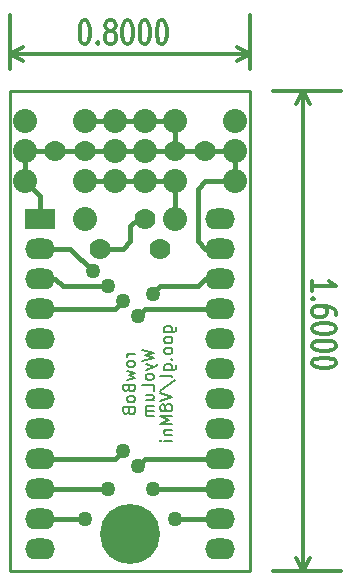
<source format=gbl>
G04 (created by PCBNEW-RS274X (2010-05-05 BZR 2356)-stable) date 12/20/10 19:08:10*
G01*
G70*
G90*
%MOIN*%
G04 Gerber Fmt 3.4, Leading zero omitted, Abs format*
%FSLAX34Y34*%
G04 APERTURE LIST*
%ADD10C,0.005000*%
%ADD11C,0.012000*%
%ADD12C,0.006000*%
%ADD13C,0.010000*%
%ADD14C,0.080000*%
%ADD15O,0.100000X0.070000*%
%ADD16R,0.100000X0.070000*%
%ADD17C,0.070000*%
%ADD18C,0.200000*%
%ADD19C,0.050000*%
%ADD20C,0.015000*%
G04 APERTURE END LIST*
G54D10*
G54D11*
X20065Y-16658D02*
X20065Y-16315D01*
X20065Y-16487D02*
X20865Y-16487D01*
X20751Y-16430D01*
X20675Y-16372D01*
X20637Y-16315D01*
X20141Y-16915D02*
X20103Y-16943D01*
X20065Y-16915D01*
X20103Y-16886D01*
X20141Y-16915D01*
X20065Y-16915D01*
X20865Y-17458D02*
X20865Y-17344D01*
X20827Y-17287D01*
X20789Y-17258D01*
X20675Y-17201D01*
X20522Y-17172D01*
X20218Y-17172D01*
X20141Y-17201D01*
X20103Y-17229D01*
X20065Y-17287D01*
X20065Y-17401D01*
X20103Y-17458D01*
X20141Y-17487D01*
X20218Y-17515D01*
X20408Y-17515D01*
X20484Y-17487D01*
X20522Y-17458D01*
X20560Y-17401D01*
X20560Y-17287D01*
X20522Y-17229D01*
X20484Y-17201D01*
X20408Y-17172D01*
X20865Y-17886D02*
X20865Y-17943D01*
X20827Y-18000D01*
X20789Y-18029D01*
X20713Y-18058D01*
X20560Y-18086D01*
X20370Y-18086D01*
X20218Y-18058D01*
X20141Y-18029D01*
X20103Y-18000D01*
X20065Y-17943D01*
X20065Y-17886D01*
X20103Y-17829D01*
X20141Y-17800D01*
X20218Y-17772D01*
X20370Y-17743D01*
X20560Y-17743D01*
X20713Y-17772D01*
X20789Y-17800D01*
X20827Y-17829D01*
X20865Y-17886D01*
X20865Y-18457D02*
X20865Y-18514D01*
X20827Y-18571D01*
X20789Y-18600D01*
X20713Y-18629D01*
X20560Y-18657D01*
X20370Y-18657D01*
X20218Y-18629D01*
X20141Y-18600D01*
X20103Y-18571D01*
X20065Y-18514D01*
X20065Y-18457D01*
X20103Y-18400D01*
X20141Y-18371D01*
X20218Y-18343D01*
X20370Y-18314D01*
X20560Y-18314D01*
X20713Y-18343D01*
X20789Y-18371D01*
X20827Y-18400D01*
X20865Y-18457D01*
X20865Y-19028D02*
X20865Y-19085D01*
X20827Y-19142D01*
X20789Y-19171D01*
X20713Y-19200D01*
X20560Y-19228D01*
X20370Y-19228D01*
X20218Y-19200D01*
X20141Y-19171D01*
X20103Y-19142D01*
X20065Y-19085D01*
X20065Y-19028D01*
X20103Y-18971D01*
X20141Y-18942D01*
X20218Y-18914D01*
X20370Y-18885D01*
X20560Y-18885D01*
X20713Y-18914D01*
X20789Y-18942D01*
X20827Y-18971D01*
X20865Y-19028D01*
X19749Y-10000D02*
X19749Y-26000D01*
X18750Y-10000D02*
X21029Y-10000D01*
X18750Y-26000D02*
X21029Y-26000D01*
X19749Y-26000D02*
X19519Y-25557D01*
X19749Y-26000D02*
X19979Y-25557D01*
X19749Y-10000D02*
X19519Y-10443D01*
X19749Y-10000D02*
X19979Y-10443D01*
X12458Y-07635D02*
X12515Y-07635D01*
X12572Y-07673D01*
X12601Y-07711D01*
X12630Y-07787D01*
X12658Y-07940D01*
X12658Y-08130D01*
X12630Y-08282D01*
X12601Y-08359D01*
X12572Y-08397D01*
X12515Y-08435D01*
X12458Y-08435D01*
X12401Y-08397D01*
X12372Y-08359D01*
X12344Y-08282D01*
X12315Y-08130D01*
X12315Y-07940D01*
X12344Y-07787D01*
X12372Y-07711D01*
X12401Y-07673D01*
X12458Y-07635D01*
X12915Y-08359D02*
X12943Y-08397D01*
X12915Y-08435D01*
X12886Y-08397D01*
X12915Y-08359D01*
X12915Y-08435D01*
X13287Y-07978D02*
X13229Y-07940D01*
X13201Y-07901D01*
X13172Y-07825D01*
X13172Y-07787D01*
X13201Y-07711D01*
X13229Y-07673D01*
X13287Y-07635D01*
X13401Y-07635D01*
X13458Y-07673D01*
X13487Y-07711D01*
X13515Y-07787D01*
X13515Y-07825D01*
X13487Y-07901D01*
X13458Y-07940D01*
X13401Y-07978D01*
X13287Y-07978D01*
X13229Y-08016D01*
X13201Y-08054D01*
X13172Y-08130D01*
X13172Y-08282D01*
X13201Y-08359D01*
X13229Y-08397D01*
X13287Y-08435D01*
X13401Y-08435D01*
X13458Y-08397D01*
X13487Y-08359D01*
X13515Y-08282D01*
X13515Y-08130D01*
X13487Y-08054D01*
X13458Y-08016D01*
X13401Y-07978D01*
X13886Y-07635D02*
X13943Y-07635D01*
X14000Y-07673D01*
X14029Y-07711D01*
X14058Y-07787D01*
X14086Y-07940D01*
X14086Y-08130D01*
X14058Y-08282D01*
X14029Y-08359D01*
X14000Y-08397D01*
X13943Y-08435D01*
X13886Y-08435D01*
X13829Y-08397D01*
X13800Y-08359D01*
X13772Y-08282D01*
X13743Y-08130D01*
X13743Y-07940D01*
X13772Y-07787D01*
X13800Y-07711D01*
X13829Y-07673D01*
X13886Y-07635D01*
X14457Y-07635D02*
X14514Y-07635D01*
X14571Y-07673D01*
X14600Y-07711D01*
X14629Y-07787D01*
X14657Y-07940D01*
X14657Y-08130D01*
X14629Y-08282D01*
X14600Y-08359D01*
X14571Y-08397D01*
X14514Y-08435D01*
X14457Y-08435D01*
X14400Y-08397D01*
X14371Y-08359D01*
X14343Y-08282D01*
X14314Y-08130D01*
X14314Y-07940D01*
X14343Y-07787D01*
X14371Y-07711D01*
X14400Y-07673D01*
X14457Y-07635D01*
X15028Y-07635D02*
X15085Y-07635D01*
X15142Y-07673D01*
X15171Y-07711D01*
X15200Y-07787D01*
X15228Y-07940D01*
X15228Y-08130D01*
X15200Y-08282D01*
X15171Y-08359D01*
X15142Y-08397D01*
X15085Y-08435D01*
X15028Y-08435D01*
X14971Y-08397D01*
X14942Y-08359D01*
X14914Y-08282D01*
X14885Y-08130D01*
X14885Y-07940D01*
X14914Y-07787D01*
X14942Y-07711D01*
X14971Y-07673D01*
X15028Y-07635D01*
X10000Y-08751D02*
X18000Y-08751D01*
X10000Y-09250D02*
X10000Y-07471D01*
X18000Y-09250D02*
X18000Y-07471D01*
X18000Y-08751D02*
X17557Y-08981D01*
X18000Y-08751D02*
X17557Y-08521D01*
X10000Y-08751D02*
X10443Y-08981D01*
X10000Y-08751D02*
X10443Y-08521D01*
G54D12*
X14162Y-18750D02*
X13895Y-18750D01*
X13971Y-18750D02*
X13933Y-18769D01*
X13914Y-18788D01*
X13895Y-18826D01*
X13895Y-18865D01*
X14162Y-19055D02*
X14143Y-19017D01*
X14124Y-18998D01*
X14086Y-18979D01*
X13971Y-18979D01*
X13933Y-18998D01*
X13914Y-19017D01*
X13895Y-19055D01*
X13895Y-19113D01*
X13914Y-19151D01*
X13933Y-19170D01*
X13971Y-19189D01*
X14086Y-19189D01*
X14124Y-19170D01*
X14143Y-19151D01*
X14162Y-19113D01*
X14162Y-19055D01*
X13895Y-19322D02*
X14162Y-19398D01*
X13971Y-19475D01*
X14162Y-19551D01*
X13895Y-19627D01*
X13952Y-19913D02*
X13971Y-19970D01*
X13990Y-19989D01*
X14029Y-20008D01*
X14086Y-20008D01*
X14124Y-19989D01*
X14143Y-19970D01*
X14162Y-19932D01*
X14162Y-19779D01*
X13762Y-19779D01*
X13762Y-19913D01*
X13781Y-19951D01*
X13800Y-19970D01*
X13838Y-19989D01*
X13876Y-19989D01*
X13914Y-19970D01*
X13933Y-19951D01*
X13952Y-19913D01*
X13952Y-19779D01*
X14162Y-20236D02*
X14143Y-20198D01*
X14124Y-20179D01*
X14086Y-20160D01*
X13971Y-20160D01*
X13933Y-20179D01*
X13914Y-20198D01*
X13895Y-20236D01*
X13895Y-20294D01*
X13914Y-20332D01*
X13933Y-20351D01*
X13971Y-20370D01*
X14086Y-20370D01*
X14124Y-20351D01*
X14143Y-20332D01*
X14162Y-20294D01*
X14162Y-20236D01*
X13952Y-20675D02*
X13971Y-20732D01*
X13990Y-20751D01*
X14029Y-20770D01*
X14086Y-20770D01*
X14124Y-20751D01*
X14143Y-20732D01*
X14162Y-20694D01*
X14162Y-20541D01*
X13762Y-20541D01*
X13762Y-20675D01*
X13781Y-20713D01*
X13800Y-20732D01*
X13838Y-20751D01*
X13876Y-20751D01*
X13914Y-20732D01*
X13933Y-20713D01*
X13952Y-20675D01*
X13952Y-20541D01*
X14382Y-18636D02*
X14782Y-18731D01*
X14496Y-18808D01*
X14782Y-18884D01*
X14382Y-18979D01*
X14515Y-19093D02*
X14782Y-19188D01*
X14515Y-19284D02*
X14782Y-19188D01*
X14877Y-19150D01*
X14896Y-19131D01*
X14915Y-19093D01*
X14782Y-19493D02*
X14763Y-19455D01*
X14744Y-19436D01*
X14706Y-19417D01*
X14591Y-19417D01*
X14553Y-19436D01*
X14534Y-19455D01*
X14515Y-19493D01*
X14515Y-19551D01*
X14534Y-19589D01*
X14553Y-19608D01*
X14591Y-19627D01*
X14706Y-19627D01*
X14744Y-19608D01*
X14763Y-19589D01*
X14782Y-19551D01*
X14782Y-19493D01*
X14782Y-19989D02*
X14782Y-19798D01*
X14382Y-19798D01*
X14515Y-20294D02*
X14782Y-20294D01*
X14515Y-20122D02*
X14725Y-20122D01*
X14763Y-20141D01*
X14782Y-20179D01*
X14782Y-20237D01*
X14763Y-20275D01*
X14744Y-20294D01*
X14782Y-20484D02*
X14515Y-20484D01*
X14553Y-20484D02*
X14534Y-20503D01*
X14515Y-20541D01*
X14515Y-20599D01*
X14534Y-20637D01*
X14572Y-20656D01*
X14782Y-20656D01*
X14572Y-20656D02*
X14534Y-20675D01*
X14515Y-20713D01*
X14515Y-20770D01*
X14534Y-20808D01*
X14572Y-20827D01*
X14782Y-20827D01*
X15135Y-18017D02*
X15459Y-18017D01*
X15497Y-17998D01*
X15516Y-17979D01*
X15535Y-17940D01*
X15535Y-17883D01*
X15516Y-17845D01*
X15383Y-18017D02*
X15402Y-17979D01*
X15402Y-17902D01*
X15383Y-17864D01*
X15364Y-17845D01*
X15326Y-17826D01*
X15211Y-17826D01*
X15173Y-17845D01*
X15154Y-17864D01*
X15135Y-17902D01*
X15135Y-17979D01*
X15154Y-18017D01*
X15402Y-18264D02*
X15383Y-18226D01*
X15364Y-18207D01*
X15326Y-18188D01*
X15211Y-18188D01*
X15173Y-18207D01*
X15154Y-18226D01*
X15135Y-18264D01*
X15135Y-18322D01*
X15154Y-18360D01*
X15173Y-18379D01*
X15211Y-18398D01*
X15326Y-18398D01*
X15364Y-18379D01*
X15383Y-18360D01*
X15402Y-18322D01*
X15402Y-18264D01*
X15402Y-18626D02*
X15383Y-18588D01*
X15364Y-18569D01*
X15326Y-18550D01*
X15211Y-18550D01*
X15173Y-18569D01*
X15154Y-18588D01*
X15135Y-18626D01*
X15135Y-18684D01*
X15154Y-18722D01*
X15173Y-18741D01*
X15211Y-18760D01*
X15326Y-18760D01*
X15364Y-18741D01*
X15383Y-18722D01*
X15402Y-18684D01*
X15402Y-18626D01*
X15364Y-18931D02*
X15383Y-18950D01*
X15402Y-18931D01*
X15383Y-18912D01*
X15364Y-18931D01*
X15402Y-18931D01*
X15135Y-19293D02*
X15459Y-19293D01*
X15497Y-19274D01*
X15516Y-19255D01*
X15535Y-19216D01*
X15535Y-19159D01*
X15516Y-19121D01*
X15383Y-19293D02*
X15402Y-19255D01*
X15402Y-19178D01*
X15383Y-19140D01*
X15364Y-19121D01*
X15326Y-19102D01*
X15211Y-19102D01*
X15173Y-19121D01*
X15154Y-19140D01*
X15135Y-19178D01*
X15135Y-19255D01*
X15154Y-19293D01*
X15402Y-19540D02*
X15383Y-19502D01*
X15345Y-19483D01*
X15002Y-19483D01*
X14983Y-19979D02*
X15497Y-19636D01*
X15002Y-20055D02*
X15402Y-20188D01*
X15002Y-20322D01*
X15173Y-20512D02*
X15154Y-20474D01*
X15135Y-20455D01*
X15097Y-20436D01*
X15078Y-20436D01*
X15040Y-20455D01*
X15021Y-20474D01*
X15002Y-20512D01*
X15002Y-20589D01*
X15021Y-20627D01*
X15040Y-20646D01*
X15078Y-20665D01*
X15097Y-20665D01*
X15135Y-20646D01*
X15154Y-20627D01*
X15173Y-20589D01*
X15173Y-20512D01*
X15192Y-20474D01*
X15211Y-20455D01*
X15250Y-20436D01*
X15326Y-20436D01*
X15364Y-20455D01*
X15383Y-20474D01*
X15402Y-20512D01*
X15402Y-20589D01*
X15383Y-20627D01*
X15364Y-20646D01*
X15326Y-20665D01*
X15250Y-20665D01*
X15211Y-20646D01*
X15192Y-20627D01*
X15173Y-20589D01*
X15402Y-20836D02*
X15002Y-20836D01*
X15288Y-20970D01*
X15002Y-21103D01*
X15402Y-21103D01*
X15135Y-21293D02*
X15402Y-21293D01*
X15173Y-21293D02*
X15154Y-21312D01*
X15135Y-21350D01*
X15135Y-21408D01*
X15154Y-21446D01*
X15192Y-21465D01*
X15402Y-21465D01*
X15402Y-21655D02*
X15135Y-21655D01*
X15002Y-21655D02*
X15021Y-21636D01*
X15040Y-21655D01*
X15021Y-21674D01*
X15002Y-21655D01*
X15040Y-21655D01*
G54D13*
X10000Y-26000D02*
X10000Y-10000D01*
X18000Y-26000D02*
X10000Y-26000D01*
X18000Y-10000D02*
X18000Y-26000D01*
X10000Y-10000D02*
X18000Y-10000D01*
G54D14*
X12500Y-14250D03*
X15500Y-14250D03*
G54D15*
X17000Y-14250D03*
X17000Y-15250D03*
X17000Y-16250D03*
X17000Y-17250D03*
X17000Y-18250D03*
X17000Y-19250D03*
X17000Y-20250D03*
X17000Y-21250D03*
X17000Y-22250D03*
X17000Y-23250D03*
X17000Y-24250D03*
X17000Y-25250D03*
G54D16*
X11000Y-14250D03*
G54D15*
X11000Y-15250D03*
X11000Y-16250D03*
X11000Y-17250D03*
X11000Y-18250D03*
X11000Y-19250D03*
X11000Y-20250D03*
X11000Y-21250D03*
X11000Y-22250D03*
X11000Y-23250D03*
X11000Y-24250D03*
X11000Y-25250D03*
G54D17*
X13000Y-15250D03*
X15000Y-15250D03*
G54D18*
X14000Y-24750D03*
G54D17*
X14500Y-14250D03*
G54D14*
X15500Y-13000D03*
G54D17*
X11500Y-12000D03*
G54D14*
X15500Y-11000D03*
G54D17*
X15500Y-12000D03*
G54D14*
X14500Y-13000D03*
X14500Y-11000D03*
X14500Y-12000D03*
G54D17*
X16500Y-12000D03*
G54D14*
X13500Y-11000D03*
X13500Y-13000D03*
X13500Y-12000D03*
G54D17*
X12500Y-12000D03*
G54D14*
X12500Y-13000D03*
X12500Y-11000D03*
X17500Y-12000D03*
X10500Y-12000D03*
X10500Y-13000D03*
X17500Y-11000D03*
X10500Y-11000D03*
X17500Y-13000D03*
G54D19*
X13250Y-16500D03*
X13750Y-17000D03*
X14250Y-17500D03*
X14750Y-23250D03*
X14250Y-22500D03*
X13750Y-22000D03*
X13250Y-23250D03*
X12500Y-24250D03*
X15500Y-24250D03*
X14750Y-16750D03*
X12750Y-16000D03*
G54D20*
X11500Y-16250D02*
X11000Y-16250D01*
X13250Y-16500D02*
X13000Y-16500D01*
X13000Y-16500D02*
X12250Y-16500D01*
X12250Y-16500D02*
X11750Y-16500D01*
X11750Y-16500D02*
X11500Y-16250D01*
X11000Y-17250D02*
X13500Y-17250D01*
X13500Y-17250D02*
X13750Y-17000D01*
X14500Y-17250D02*
X14250Y-17500D01*
X17000Y-17250D02*
X14500Y-17250D01*
X14750Y-23250D02*
X17000Y-23250D01*
X14500Y-22250D02*
X14250Y-22500D01*
X17000Y-22250D02*
X14500Y-22250D01*
X13500Y-22250D02*
X13750Y-22000D01*
X11000Y-22250D02*
X13500Y-22250D01*
X13250Y-23250D02*
X11000Y-23250D01*
X12500Y-24250D02*
X11000Y-24250D01*
X15500Y-24250D02*
X17000Y-24250D01*
X14500Y-14250D02*
X14500Y-14250D01*
X14500Y-14250D02*
X14500Y-14250D01*
X14000Y-15000D02*
X13750Y-15250D01*
X14000Y-14500D02*
X14000Y-15000D01*
X14250Y-14250D02*
X14000Y-14500D01*
X14500Y-14250D02*
X14250Y-14250D01*
X13000Y-15250D02*
X13750Y-15250D01*
X16250Y-15000D02*
X16500Y-15250D01*
X13500Y-12000D02*
X14500Y-12000D01*
X16500Y-15250D02*
X17000Y-15250D01*
X16500Y-13000D02*
X16250Y-13250D01*
X10500Y-13000D02*
X11000Y-13500D01*
X11000Y-13500D02*
X11000Y-14250D01*
X15500Y-12000D02*
X15500Y-11000D01*
X17500Y-12000D02*
X17500Y-13000D01*
X10500Y-12000D02*
X10500Y-13000D01*
X11500Y-12000D02*
X10500Y-12000D01*
X12500Y-12000D02*
X11500Y-12000D01*
X13500Y-12000D02*
X12500Y-12000D01*
X16500Y-12000D02*
X17500Y-12000D01*
X15500Y-12000D02*
X16500Y-12000D01*
X14500Y-12000D02*
X15500Y-12000D01*
X16250Y-13250D02*
X16250Y-15000D01*
X14500Y-11000D02*
X15500Y-11000D01*
X13500Y-11000D02*
X14500Y-11000D01*
X12500Y-11000D02*
X13500Y-11000D01*
X17500Y-13000D02*
X16500Y-13000D01*
X15000Y-16500D02*
X14750Y-16750D01*
X16500Y-16250D02*
X16250Y-16500D01*
X16250Y-16500D02*
X15000Y-16500D01*
X17000Y-16250D02*
X16500Y-16250D01*
X12000Y-15250D02*
X12750Y-16000D01*
X11000Y-15250D02*
X12000Y-15250D01*
X15500Y-13000D02*
X15500Y-14250D01*
X14500Y-13000D02*
X15500Y-13000D01*
X13500Y-13000D02*
X14500Y-13000D01*
X12500Y-13000D02*
X13500Y-13000D01*
M02*

</source>
